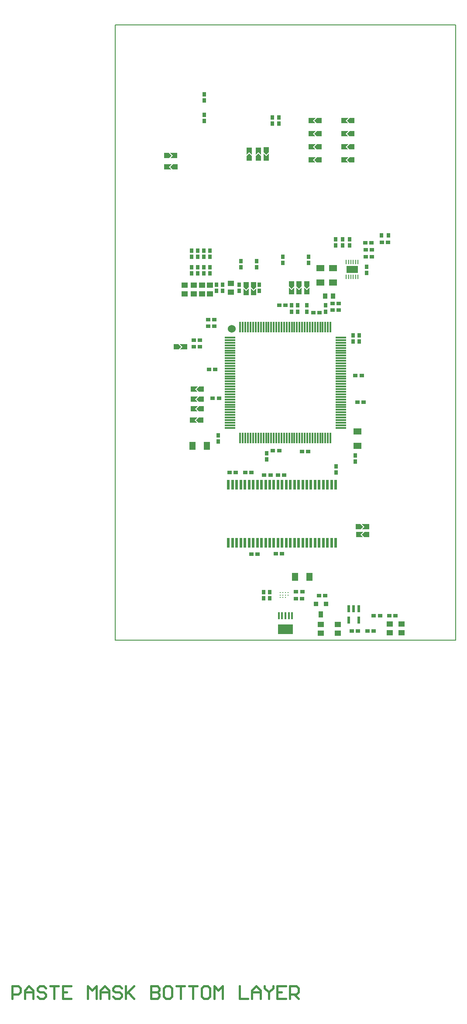
<source format=gbp>
G04 Layer_Color=128*
%FSLAX43Y43*%
%MOMM*%
G71*
G01*
G75*
%ADD10C,0.400*%
%ADD11C,0.127*%
%ADD12R,0.762X0.940*%
%ADD13R,0.940X0.762*%
%ADD15R,1.524X1.270*%
%ADD17R,1.016X0.813*%
%ADD18R,1.200X1.100*%
%ADD35R,0.813X1.016*%
%ADD36R,1.270X1.524*%
%ADD37R,0.889X1.016*%
%ADD38R,0.640X0.890*%
%ADD39C,0.320*%
%ADD40R,0.250X0.950*%
%ADD41R,2.200X1.400*%
%ADD42R,0.914X0.914*%
%ADD43R,0.914X1.270*%
%ADD44R,0.550X1.450*%
%ADD45C,1.524*%
%ADD46R,2.000X0.330*%
%ADD47R,0.330X2.000*%
%ADD48R,0.600X1.850*%
%ADD49R,2.900X1.900*%
%ADD50R,0.400X1.350*%
G36*
X34708Y67665D02*
X33692D01*
Y68427D01*
X34200Y67919D01*
X34708Y68427D01*
Y67665D01*
D02*
G37*
G36*
X36108D02*
X35092D01*
Y68427D01*
X35600Y67919D01*
X36108Y68427D01*
Y67665D01*
D02*
G37*
G36*
X37708D02*
X36692D01*
Y68427D01*
X37200Y67919D01*
X37708Y68427D01*
Y67665D01*
D02*
G37*
G36*
X13315Y56905D02*
Y56397D01*
X12553D01*
X13061Y56905D01*
X12553Y57413D01*
X13315D01*
Y56905D01*
D02*
G37*
G36*
X25908Y67465D02*
X24892D01*
Y68227D01*
X25400Y67719D01*
X25908Y68227D01*
Y67465D01*
D02*
G37*
G36*
X27308D02*
X26292D01*
Y68227D01*
X26800Y67719D01*
X27308Y68227D01*
Y67465D01*
D02*
G37*
G36*
X36108Y68681D02*
X35600Y68173D01*
X35092Y68681D01*
Y68935D01*
X36108D01*
Y68681D01*
D02*
G37*
G36*
X37708D02*
X37200Y68173D01*
X36692Y68681D01*
Y68935D01*
X37708D01*
Y68681D01*
D02*
G37*
G36*
X10369Y91750D02*
X10877Y91242D01*
X10115D01*
Y91750D01*
Y92258D01*
X10877D01*
X10369Y91750D01*
D02*
G37*
G36*
X25908Y68481D02*
X25400Y67973D01*
X24892Y68481D01*
Y68735D01*
X25908D01*
Y68481D01*
D02*
G37*
G36*
X27308D02*
X26800Y67973D01*
X26292Y68481D01*
Y68735D01*
X27308D01*
Y68481D01*
D02*
G37*
G36*
X34708Y68681D02*
X34200Y68173D01*
X33692Y68681D01*
Y68935D01*
X34708D01*
Y68681D01*
D02*
G37*
G36*
X12807Y56905D02*
X12299Y56397D01*
X12045D01*
Y57413D01*
X12299D01*
X12807Y56905D01*
D02*
G37*
G36*
X48635Y22000D02*
Y21492D01*
X47873D01*
X48381Y22000D01*
X47873Y22508D01*
X48635D01*
Y22000D01*
D02*
G37*
G36*
X15369Y42670D02*
X15877Y42162D01*
X15115D01*
Y42670D01*
Y43178D01*
X15877D01*
X15369Y42670D01*
D02*
G37*
G36*
X16385Y42162D02*
X16131D01*
X15623Y42670D01*
X16131Y43178D01*
X16385D01*
Y42162D01*
D02*
G37*
G36*
X47619Y20500D02*
X48127Y19992D01*
X47365D01*
Y20500D01*
Y21008D01*
X48127D01*
X47619Y20500D01*
D02*
G37*
G36*
X48635Y19992D02*
X48381D01*
X47873Y20500D01*
X48381Y21008D01*
X48635D01*
Y19992D01*
D02*
G37*
G36*
X48127Y22000D02*
X47619Y21492D01*
X47365D01*
Y22508D01*
X47619D01*
X48127Y22000D01*
D02*
G37*
G36*
X16490Y46237D02*
X16236D01*
X15728Y46745D01*
X16236Y47253D01*
X16490D01*
Y46237D01*
D02*
G37*
G36*
X15474Y48650D02*
X15982Y48142D01*
X15220D01*
Y48650D01*
Y49158D01*
X15982D01*
X15474Y48650D01*
D02*
G37*
G36*
X16490Y48142D02*
X16236D01*
X15728Y48650D01*
X16236Y49158D01*
X16490D01*
Y48142D01*
D02*
G37*
G36*
X15474Y44840D02*
X15982Y44332D01*
X15220D01*
Y44840D01*
Y45348D01*
X15982D01*
X15474Y44840D01*
D02*
G37*
G36*
X16490Y44332D02*
X16236D01*
X15728Y44840D01*
X16236Y45348D01*
X16490D01*
Y44332D01*
D02*
G37*
G36*
X15474Y46745D02*
X15982Y46237D01*
X15220D01*
Y46745D01*
Y47253D01*
X15982D01*
X15474Y46745D01*
D02*
G37*
G36*
X45700Y95132D02*
X45446D01*
X44938Y95640D01*
X45446Y96148D01*
X45700D01*
Y95132D01*
D02*
G37*
G36*
X38334Y98180D02*
X38842Y97672D01*
X38080D01*
Y98180D01*
Y98688D01*
X38842D01*
X38334Y98180D01*
D02*
G37*
G36*
X39350Y97672D02*
X39096D01*
X38588Y98180D01*
X39096Y98688D01*
X39350D01*
Y97672D01*
D02*
G37*
G36*
X38334Y95640D02*
X38842Y95132D01*
X38080D01*
Y95640D01*
Y96148D01*
X38842D01*
X38334Y95640D01*
D02*
G37*
G36*
X39350Y95132D02*
X39096D01*
X38588Y95640D01*
X39096Y96148D01*
X39350D01*
Y95132D01*
D02*
G37*
G36*
X44684Y95640D02*
X45192Y95132D01*
X44430D01*
Y95640D01*
Y96148D01*
X45192D01*
X44684Y95640D01*
D02*
G37*
G36*
X39350Y100212D02*
X39096D01*
X38588Y100720D01*
X39096Y101228D01*
X39350D01*
Y100212D01*
D02*
G37*
G36*
X44684Y100720D02*
X45192Y100212D01*
X44430D01*
Y100720D01*
Y101228D01*
X45192D01*
X44684Y100720D01*
D02*
G37*
G36*
X45700Y100212D02*
X45446D01*
X44938Y100720D01*
X45446Y101228D01*
X45700D01*
Y100212D01*
D02*
G37*
G36*
X44684Y98180D02*
X45192Y97672D01*
X44430D01*
Y98180D01*
Y98688D01*
X45192D01*
X44684Y98180D01*
D02*
G37*
G36*
X45700Y97672D02*
X45446D01*
X44938Y98180D01*
X45446Y98688D01*
X45700D01*
Y97672D01*
D02*
G37*
G36*
X38334Y100720D02*
X38842Y100212D01*
X38080D01*
Y100720D01*
Y101228D01*
X38842D01*
X38334Y100720D01*
D02*
G37*
G36*
X29758Y94631D02*
X29250Y94123D01*
X28742Y94631D01*
Y94885D01*
X29758D01*
Y94631D01*
D02*
G37*
G36*
X44684Y93100D02*
X45192Y92592D01*
X44430D01*
Y93100D01*
Y93608D01*
X45192D01*
X44684Y93100D01*
D02*
G37*
G36*
X45700Y92592D02*
X45446D01*
X44938Y93100D01*
X45446Y93608D01*
X45700D01*
Y92592D01*
D02*
G37*
G36*
X10877Y94000D02*
X10369Y93492D01*
X10115D01*
Y94508D01*
X10369D01*
X10877Y94000D01*
D02*
G37*
G36*
X11385Y91242D02*
X11131D01*
X10623Y91750D01*
X11131Y92258D01*
X11385D01*
Y91242D01*
D02*
G37*
G36*
X38334Y93100D02*
X38842Y92592D01*
X38080D01*
Y93100D01*
Y93608D01*
X38842D01*
X38334Y93100D01*
D02*
G37*
G36*
X39350Y92592D02*
X39096D01*
X38588Y93100D01*
X39096Y93608D01*
X39350D01*
Y92592D01*
D02*
G37*
G36*
X29758Y93615D02*
X28742D01*
Y94377D01*
X29250Y93869D01*
X29758Y94377D01*
Y93615D01*
D02*
G37*
G36*
X26508Y94123D02*
X26000Y94631D01*
X25492Y94123D01*
Y94885D01*
X26508D01*
Y94123D01*
D02*
G37*
G36*
X28258D02*
X27750Y94631D01*
X27242Y94123D01*
Y94885D01*
X28258D01*
Y94123D01*
D02*
G37*
G36*
X11385Y94000D02*
Y93492D01*
X10623D01*
X11131Y94000D01*
X10623Y94508D01*
X11385D01*
Y94000D01*
D02*
G37*
G36*
X26508Y93869D02*
Y93615D01*
X25492D01*
Y93869D01*
X26000Y94377D01*
X26508Y93869D01*
D02*
G37*
G36*
X28258D02*
Y93615D01*
X27242D01*
Y93869D01*
X27750Y94377D01*
X28258Y93869D01*
D02*
G37*
D10*
X-20000Y-69500D02*
Y-67051D01*
X-18775D01*
X-18367Y-67459D01*
Y-68275D01*
X-18775Y-68684D01*
X-20000D01*
X-17551Y-69500D02*
Y-67867D01*
X-16734Y-67051D01*
X-15918Y-67867D01*
Y-69500D01*
Y-68275D01*
X-17551D01*
X-13469Y-67459D02*
X-13877Y-67051D01*
X-14693D01*
X-15102Y-67459D01*
Y-67867D01*
X-14693Y-68275D01*
X-13877D01*
X-13469Y-68684D01*
Y-69092D01*
X-13877Y-69500D01*
X-14693D01*
X-15102Y-69092D01*
X-12652Y-67051D02*
X-11020D01*
X-11836D01*
Y-69500D01*
X-8570Y-67051D02*
X-10203D01*
Y-69500D01*
X-8570D01*
X-10203Y-68275D02*
X-9387D01*
X-5305Y-69500D02*
Y-67051D01*
X-4488Y-67867D01*
X-3672Y-67051D01*
Y-69500D01*
X-2856D02*
Y-67867D01*
X-2039Y-67051D01*
X-1223Y-67867D01*
Y-69500D01*
Y-68275D01*
X-2856D01*
X1226Y-67459D02*
X818Y-67051D01*
X2D01*
X-406Y-67459D01*
Y-67867D01*
X2Y-68275D01*
X818D01*
X1226Y-68684D01*
Y-69092D01*
X818Y-69500D01*
X2D01*
X-406Y-69092D01*
X2043Y-67051D02*
Y-69500D01*
Y-68684D01*
X3676Y-67051D01*
X2451Y-68275D01*
X3676Y-69500D01*
X6941Y-67051D02*
Y-69500D01*
X8166D01*
X8574Y-69092D01*
Y-68684D01*
X8166Y-68275D01*
X6941D01*
X8166D01*
X8574Y-67867D01*
Y-67459D01*
X8166Y-67051D01*
X6941D01*
X10615D02*
X9799D01*
X9390Y-67459D01*
Y-69092D01*
X9799Y-69500D01*
X10615D01*
X11023Y-69092D01*
Y-67459D01*
X10615Y-67051D01*
X11840D02*
X13473D01*
X12656D01*
Y-69500D01*
X14289Y-67051D02*
X15922D01*
X15105D01*
Y-69500D01*
X17963Y-67051D02*
X17146D01*
X16738Y-67459D01*
Y-69092D01*
X17146Y-69500D01*
X17963D01*
X18371Y-69092D01*
Y-67459D01*
X17963Y-67051D01*
X19187Y-69500D02*
Y-67051D01*
X20004Y-67867D01*
X20820Y-67051D01*
Y-69500D01*
X24086Y-67051D02*
Y-69500D01*
X25719D01*
X26535D02*
Y-67867D01*
X27351Y-67051D01*
X28168Y-67867D01*
Y-69500D01*
Y-68275D01*
X26535D01*
X28984Y-67051D02*
Y-67459D01*
X29801Y-68275D01*
X30617Y-67459D01*
Y-67051D01*
X29801Y-68275D02*
Y-69500D01*
X33066Y-67051D02*
X31433D01*
Y-69500D01*
X33066D01*
X31433Y-68275D02*
X32250D01*
X33883Y-69500D02*
Y-67051D01*
X35107D01*
X35515Y-67459D01*
Y-68275D01*
X35107Y-68684D01*
X33883D01*
X34699D02*
X35515Y-69500D01*
D11*
X0Y0D02*
X66000D01*
Y119300D01*
X0D02*
X66000D01*
X0Y0D02*
Y119300D01*
D12*
X40800Y64900D02*
D03*
Y63700D02*
D03*
X45500Y76500D02*
D03*
Y77700D02*
D03*
X24000Y67700D02*
D03*
Y68900D02*
D03*
X20800Y67700D02*
D03*
Y68900D02*
D03*
X47287Y59092D02*
D03*
Y57893D02*
D03*
X32500Y74350D02*
D03*
Y73150D02*
D03*
X16000Y74300D02*
D03*
Y75500D02*
D03*
X27920Y67735D02*
D03*
Y68935D02*
D03*
X29960Y9350D02*
D03*
Y8150D02*
D03*
X19600Y67700D02*
D03*
Y68900D02*
D03*
X48797Y72400D02*
D03*
Y71200D02*
D03*
X18400Y74300D02*
D03*
Y75500D02*
D03*
X34200Y63700D02*
D03*
Y64900D02*
D03*
X24400Y73500D02*
D03*
Y72300D02*
D03*
X28750Y9350D02*
D03*
Y8150D02*
D03*
X37500Y74350D02*
D03*
Y73150D02*
D03*
X31730Y101320D02*
D03*
Y100120D02*
D03*
X14800Y74300D02*
D03*
Y75500D02*
D03*
X18400Y71100D02*
D03*
Y72300D02*
D03*
X19983Y39725D02*
D03*
Y38525D02*
D03*
X46176Y57893D02*
D03*
Y59092D02*
D03*
X46600Y35800D02*
D03*
Y34600D02*
D03*
X17250Y101850D02*
D03*
Y100650D02*
D03*
X44110Y76500D02*
D03*
Y77700D02*
D03*
X17250Y104650D02*
D03*
Y105850D02*
D03*
X17200Y74300D02*
D03*
Y75500D02*
D03*
X42842Y32493D02*
D03*
Y33693D02*
D03*
X14800Y71100D02*
D03*
Y72300D02*
D03*
X30500Y100150D02*
D03*
Y101350D02*
D03*
X27400Y73500D02*
D03*
Y72300D02*
D03*
X42760Y76500D02*
D03*
Y77700D02*
D03*
X17200Y71100D02*
D03*
Y72300D02*
D03*
X16000Y71100D02*
D03*
Y72300D02*
D03*
X29349Y36232D02*
D03*
Y35033D02*
D03*
X35400Y63700D02*
D03*
Y64900D02*
D03*
X37200Y63700D02*
D03*
Y64900D02*
D03*
D13*
X50100Y1750D02*
D03*
X48900D02*
D03*
X49685Y77060D02*
D03*
X48485D02*
D03*
X19200Y62100D02*
D03*
X18000D02*
D03*
X30600Y36700D02*
D03*
X31800D02*
D03*
X49800Y74300D02*
D03*
X48600D02*
D03*
X15255Y56905D02*
D03*
X16455D02*
D03*
X19200Y60900D02*
D03*
X18000D02*
D03*
X38400Y63500D02*
D03*
X39600D02*
D03*
X25200Y32500D02*
D03*
X26400D02*
D03*
X53150Y4750D02*
D03*
X54350D02*
D03*
X23400Y32500D02*
D03*
X22200D02*
D03*
X49800Y75700D02*
D03*
X48600D02*
D03*
X36209Y8050D02*
D03*
X35009D02*
D03*
X52900Y77100D02*
D03*
X51700D02*
D03*
X47100Y1750D02*
D03*
X45900D02*
D03*
X43350Y64000D02*
D03*
X42150D02*
D03*
X15255Y58175D02*
D03*
X16455D02*
D03*
X26400Y16700D02*
D03*
X27600D02*
D03*
X47005Y46110D02*
D03*
X48205D02*
D03*
X43350Y65250D02*
D03*
X42150D02*
D03*
X19400Y52500D02*
D03*
X18200D02*
D03*
X39493Y8633D02*
D03*
X40693D02*
D03*
X51350Y4750D02*
D03*
X50150D02*
D03*
X20106Y46904D02*
D03*
X18906D02*
D03*
X31130Y16741D02*
D03*
X32330D02*
D03*
X36210Y36585D02*
D03*
X37410D02*
D03*
X28900Y32000D02*
D03*
X30100D02*
D03*
X46600Y51300D02*
D03*
X47800D02*
D03*
X36275Y9385D02*
D03*
X35075D02*
D03*
X31597Y32000D02*
D03*
X32797D02*
D03*
X33000Y64900D02*
D03*
X31800D02*
D03*
D15*
X47000Y40497D02*
D03*
Y37703D02*
D03*
X39750Y69353D02*
D03*
Y72147D02*
D03*
X42250Y69353D02*
D03*
Y72147D02*
D03*
D17*
X25400Y68989D02*
D03*
Y67274D02*
D03*
X26800D02*
D03*
Y68989D02*
D03*
X27750Y95076D02*
D03*
Y93361D02*
D03*
X29250Y95139D02*
D03*
Y93424D02*
D03*
X34200Y69189D02*
D03*
Y67475D02*
D03*
X35600Y69189D02*
D03*
Y67475D02*
D03*
X37200Y69189D02*
D03*
Y67475D02*
D03*
X26000Y95076D02*
D03*
Y93361D02*
D03*
D18*
X18395Y68868D02*
D03*
Y67167D02*
D03*
X15220Y68868D02*
D03*
Y67167D02*
D03*
X53250Y3100D02*
D03*
Y1400D02*
D03*
X16808Y68868D02*
D03*
Y67167D02*
D03*
X39900Y3050D02*
D03*
Y1350D02*
D03*
X13474Y68868D02*
D03*
Y67167D02*
D03*
X55500Y1400D02*
D03*
Y3100D02*
D03*
X22400Y67450D02*
D03*
Y69150D02*
D03*
X43175Y1340D02*
D03*
Y3040D02*
D03*
D35*
X48826Y22000D02*
D03*
X47111D02*
D03*
X39604Y93100D02*
D03*
X37889D02*
D03*
X16744Y46745D02*
D03*
X15030D02*
D03*
X44239Y93100D02*
D03*
X45954D02*
D03*
X39604Y100720D02*
D03*
X37889D02*
D03*
X9861Y94000D02*
D03*
X11575D02*
D03*
X37889Y98180D02*
D03*
X39604D02*
D03*
X15030Y44840D02*
D03*
X16744D02*
D03*
X45954Y95640D02*
D03*
X44239D02*
D03*
X14925Y42670D02*
D03*
X16639D02*
D03*
X9925Y91750D02*
D03*
X11639D02*
D03*
X45954Y98180D02*
D03*
X44239D02*
D03*
X15030Y48650D02*
D03*
X16744D02*
D03*
X13505Y56905D02*
D03*
X11791D02*
D03*
X48889Y20500D02*
D03*
X47174D02*
D03*
X45954Y100720D02*
D03*
X44239D02*
D03*
X39604Y95640D02*
D03*
X37889D02*
D03*
D36*
X17797Y37700D02*
D03*
X15003D02*
D03*
X34853Y12250D02*
D03*
X37647D02*
D03*
D37*
X42262Y66750D02*
D03*
X40738D02*
D03*
D38*
X51604Y78500D02*
D03*
X53004D02*
D03*
D39*
X32000Y9250D02*
D03*
Y8750D02*
D03*
Y8250D02*
D03*
X32500Y9250D02*
D03*
Y8750D02*
D03*
Y8250D02*
D03*
X33000Y9250D02*
D03*
Y8750D02*
D03*
Y8250D02*
D03*
X33500Y9250D02*
D03*
Y8750D02*
D03*
D40*
X47075Y73325D02*
D03*
X46625D02*
D03*
X46175D02*
D03*
X45725D02*
D03*
X45275D02*
D03*
X44825D02*
D03*
Y70475D02*
D03*
X45275D02*
D03*
X45725D02*
D03*
X46175D02*
D03*
X46625D02*
D03*
X47075D02*
D03*
D41*
X45950Y71900D02*
D03*
D42*
X38947Y7016D02*
D03*
X40853D02*
D03*
D43*
X39913Y4984D02*
D03*
D44*
X45300Y3925D02*
D03*
X47200D02*
D03*
Y6075D02*
D03*
X46250D02*
D03*
X45300D02*
D03*
D45*
X22568Y60352D02*
D03*
D46*
X22250Y58670D02*
D03*
Y58170D02*
D03*
Y57670D02*
D03*
Y57170D02*
D03*
Y56670D02*
D03*
Y56170D02*
D03*
Y55670D02*
D03*
Y55170D02*
D03*
Y54670D02*
D03*
Y54170D02*
D03*
Y53670D02*
D03*
Y53170D02*
D03*
Y52670D02*
D03*
Y52170D02*
D03*
Y51670D02*
D03*
Y51170D02*
D03*
Y50670D02*
D03*
Y50170D02*
D03*
Y49670D02*
D03*
Y49170D02*
D03*
Y48670D02*
D03*
Y48170D02*
D03*
Y47670D02*
D03*
Y47170D02*
D03*
Y46670D02*
D03*
Y46170D02*
D03*
Y45670D02*
D03*
Y45170D02*
D03*
Y44670D02*
D03*
Y44170D02*
D03*
Y43670D02*
D03*
Y43170D02*
D03*
Y42670D02*
D03*
Y42170D02*
D03*
Y41670D02*
D03*
Y41170D02*
D03*
X43750D02*
D03*
Y41670D02*
D03*
Y42170D02*
D03*
Y42670D02*
D03*
Y43170D02*
D03*
Y43670D02*
D03*
Y44170D02*
D03*
Y44670D02*
D03*
Y45170D02*
D03*
Y45670D02*
D03*
Y46170D02*
D03*
Y46670D02*
D03*
Y47170D02*
D03*
Y47670D02*
D03*
Y48170D02*
D03*
Y48670D02*
D03*
Y49170D02*
D03*
Y49670D02*
D03*
Y50170D02*
D03*
Y50670D02*
D03*
Y51170D02*
D03*
Y51670D02*
D03*
Y52170D02*
D03*
Y52670D02*
D03*
Y53170D02*
D03*
Y53670D02*
D03*
Y54170D02*
D03*
Y54670D02*
D03*
Y55170D02*
D03*
Y55670D02*
D03*
Y56170D02*
D03*
Y56670D02*
D03*
Y57170D02*
D03*
Y57670D02*
D03*
Y58170D02*
D03*
Y58670D02*
D03*
D47*
X24250Y39170D02*
D03*
X24750D02*
D03*
X25250D02*
D03*
X25750D02*
D03*
X26250D02*
D03*
X26750D02*
D03*
X27250D02*
D03*
X27750D02*
D03*
X28250D02*
D03*
X28750D02*
D03*
X29250D02*
D03*
X29750D02*
D03*
X30250D02*
D03*
X30750D02*
D03*
X31250D02*
D03*
X31750D02*
D03*
X32250D02*
D03*
X32750D02*
D03*
X33250D02*
D03*
X33750D02*
D03*
X34250D02*
D03*
X34750D02*
D03*
X35250D02*
D03*
X35750D02*
D03*
X36250D02*
D03*
X36750D02*
D03*
X37250D02*
D03*
X37750D02*
D03*
X38250D02*
D03*
X38750D02*
D03*
X39250D02*
D03*
X39750D02*
D03*
X40250D02*
D03*
X40750D02*
D03*
X41250D02*
D03*
X41750D02*
D03*
Y60670D02*
D03*
X41250D02*
D03*
X40750D02*
D03*
X40250D02*
D03*
X39750D02*
D03*
X39250D02*
D03*
X38750D02*
D03*
X38250D02*
D03*
X37750D02*
D03*
X37250D02*
D03*
X36750D02*
D03*
X36250D02*
D03*
X35750D02*
D03*
X35250D02*
D03*
X34750D02*
D03*
X34250D02*
D03*
X33750D02*
D03*
X33250D02*
D03*
X32750D02*
D03*
X32250D02*
D03*
X31750D02*
D03*
X31250D02*
D03*
X30750D02*
D03*
X30250D02*
D03*
X29750D02*
D03*
X29250D02*
D03*
X28750D02*
D03*
X28250D02*
D03*
X27750D02*
D03*
X27250D02*
D03*
X26750D02*
D03*
X26250D02*
D03*
X25750D02*
D03*
X25250D02*
D03*
X24750D02*
D03*
X24250D02*
D03*
D48*
X21965Y18870D02*
D03*
X22765D02*
D03*
X23565D02*
D03*
X24365D02*
D03*
X25165D02*
D03*
X25965D02*
D03*
X26765D02*
D03*
X27565D02*
D03*
X28365D02*
D03*
X29165D02*
D03*
X29965D02*
D03*
X30765D02*
D03*
X31565D02*
D03*
X32365D02*
D03*
X33165D02*
D03*
X33965D02*
D03*
X34765D02*
D03*
X35565D02*
D03*
X36365D02*
D03*
X37165D02*
D03*
X37965D02*
D03*
X38765D02*
D03*
X39565D02*
D03*
X40365D02*
D03*
X41165D02*
D03*
X41965D02*
D03*
X42765D02*
D03*
Y30170D02*
D03*
X41965D02*
D03*
X41165D02*
D03*
X40365D02*
D03*
X39565D02*
D03*
X38765D02*
D03*
X37965D02*
D03*
X37165D02*
D03*
X36365D02*
D03*
X35565D02*
D03*
X34765D02*
D03*
X33965D02*
D03*
X33165D02*
D03*
X32365D02*
D03*
X31565D02*
D03*
X30765D02*
D03*
X29965D02*
D03*
X29165D02*
D03*
X28365D02*
D03*
X27565D02*
D03*
X26765D02*
D03*
X25965D02*
D03*
X25165D02*
D03*
X24365D02*
D03*
X23565D02*
D03*
X22765D02*
D03*
X21965D02*
D03*
D49*
X33020Y2085D02*
D03*
D50*
X34320Y4760D02*
D03*
X33670D02*
D03*
X33020D02*
D03*
X32370D02*
D03*
X31720D02*
D03*
M02*

</source>
